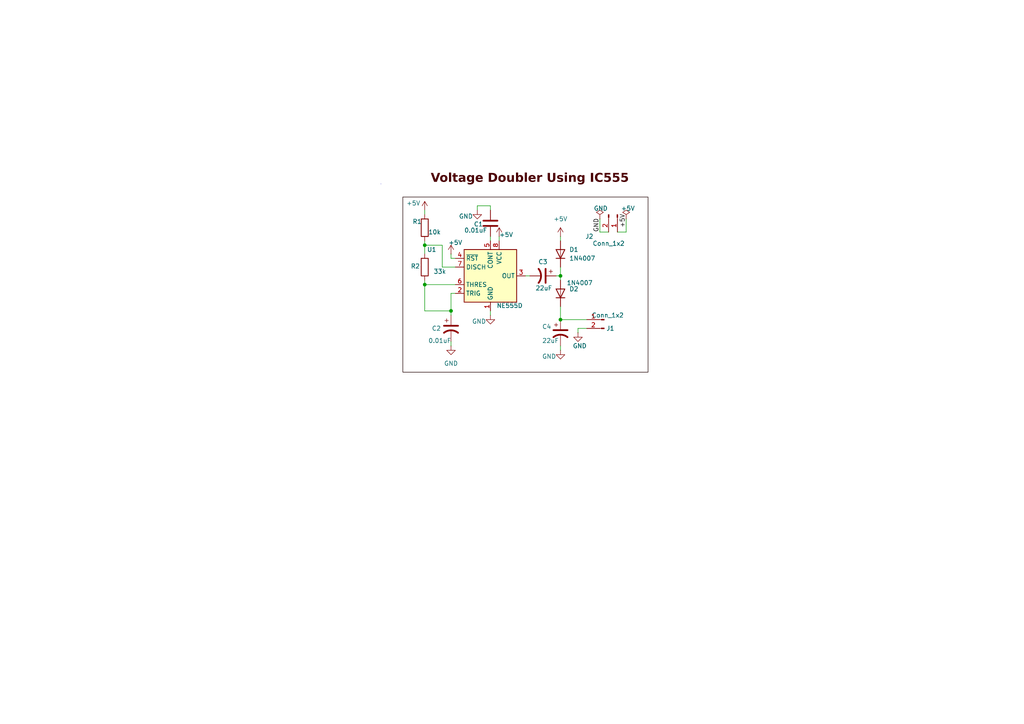
<source format=kicad_sch>
(kicad_sch (version 20250114) (generator "eeschema") (generator_version "9.0")
  (paper "A4")
  (title_block (title "Voltage_Doubler") (date "2026-02-25") (rev "1.0") (company "HighTech"))
  (lib_symbols
    (symbol "Connector:Conn_01x02_Pin" (pin_names (offset 1.016) (hide yes))
      (property "Reference" "J" (at 0 2.54 0))
      (property "Value" "Conn_01x02_Pin" (at 0 -5.08 0))
      (symbol "Conn_01x02_Pin_1_1"
        (rectangle (start 0.8636 0.127) (end 0 -0.127) (stroke (width 0.1524)) (fill (type outline)))
        (rectangle (start 0.8636 -2.413) (end 0 -2.667) (stroke (width 0.1524)) (fill (type outline)))
        (polyline (pts (xy 1.27 0) (xy 0.8636 0)) (stroke (width 0.1524)))
        (polyline (pts (xy 1.27 -2.54) (xy 0.8636 -2.54)) (stroke (width 0.1524)))
        (pin passive line (at 5.08 0 180) (length 3.81) (name "Pin_1") (number "1"))
        (pin passive line (at 5.08 -2.54 180) (length 3.81) (name "Pin_2") (number "2"))
      )
    )
    (symbol "Device:C" (pin_numbers (hide yes)) (pin_names (offset 0.254))
      (property "Reference" "C" (at 0.635 2.54 0))
      (property "Value" "C" (at 0.635 -2.54 0))
      (symbol "C_0_1"
        (polyline (pts (xy -2.032 0.762) (xy 2.032 0.762)) (stroke (width 0.508)))
        (polyline (pts (xy -2.032 -0.762) (xy 2.032 -0.762)) (stroke (width 0.508)))
      )
      (symbol "C_1_1"
        (pin passive line (at 0 3.81 270) (length 2.794) (name "~") (number "1"))
        (pin passive line (at 0 -3.81 90) (length 2.794) (name "~") (number "2"))
      )
    )
    (symbol "Device:C_Polarized_US" (pin_numbers (hide yes)) (pin_names (offset 0.254) (hide yes))
      (property "Reference" "C" (at 0.635 2.54 0))
      (property "Value" "C_Polarized_US" (at 0.635 -2.54 0))
      (symbol "C_Polarized_US_0_1"
        (polyline (pts (xy -2.032 0.762) (xy 2.032 0.762)) (stroke (width 0.508)))
        (polyline (pts (xy -1.778 2.286) (xy -0.762 2.286)))
        (polyline (pts (xy -1.27 1.778) (xy -1.27 2.794)))
        (arc (start -2.032 -1.27) (mid 0 -0.5572) (end 2.032 -1.27) (stroke (width 0.508)))
      )
      (symbol "C_Polarized_US_1_1"
        (pin passive line (at 0 3.81 270) (length 2.794) (name "~") (number "1"))
        (pin passive line (at 0 -3.81 90) (length 3.302) (name "~") (number "2"))
      )
    )
    (symbol "Device:R" (pin_numbers (hide yes)) (pin_names (offset 0))
      (property "Reference" "R" (at 2.032 0 90))
      (property "Value" "R" (at 0 0 90))
      (symbol "R_0_1"
        (rectangle (start -1.016 -2.54) (end 1.016 2.54) (stroke (width 0.254)))
      )
      (symbol "R_1_1"
        (pin passive line (at 0 3.81 270) (length 1.27) (name "~") (number "1"))
        (pin passive line (at 0 -3.81 90) (length 1.27) (name "~") (number "2"))
      )
    )
    (symbol "Diode:1N4007" (pin_numbers (hide yes)) (pin_names (hide yes))
      (property "Reference" "D" (at 0 2.54 0))
      (property "Value" "1N4007" (at 0 -2.54 0))
      (symbol "1N4007_0_1"
        (polyline (pts (xy -1.27 1.27) (xy -1.27 -1.27)) (stroke (width 0.254)))
        (polyline (pts (xy 1.27 1.27) (xy 1.27 -1.27) (xy -1.27 0) (xy 1.27 1.27)) (stroke (width 0.254)))
        (polyline (pts (xy 1.27 0) (xy -1.27 0)))
      )
      (symbol "1N4007_1_1"
        (pin passive line (at -3.81 0 0) (length 2.54) (name "K") (number "1"))
        (pin passive line (at 3.81 0 180) (length 2.54) (name "A") (number "2"))
      )
    )
    (symbol "Timer:NE555D"
      (property "Reference" "U" (at -10.16 8.89 0))
      (property "Value" "NE555D" (at 2.54 8.89 0))
      (symbol "NE555D_0_0"
        (pin power_in line (at 0 -10.16 90) (length 2.54) (name "GND") (number "1"))
        (pin power_in line (at 2.54 10.16 270) (length 2.54) (name "VCC") (number "8"))
      )
      (symbol "NE555D_0_1"
        (rectangle (start -7.62 7.62) (end 7.62 -7.62) (stroke (width 0.254)) (fill (type background)))
      )
      (symbol "NE555D_1_1"
        (pin input line (at -10.16 5.08 0) (length 2.54) (name "~{RST}") (number "4"))
        (pin input line (at -10.16 2.54 0) (length 2.54) (name "DISCH") (number "7"))
        (pin input line (at -10.16 -2.54 0) (length 2.54) (name "THRES") (number "6"))
        (pin input line (at -10.16 -5.08 0) (length 2.54) (name "TRIG") (number "2"))
        (pin open_collector line (at 0 10.16 270) (length 2.54) (name "CONT") (number "5"))
        (pin output line (at 10.16 0 180) (length 2.54) (name "OUT") (number "3"))
      )
    )
    (symbol "power:+5V" (power) (pin_numbers (hide yes)) (pin_names (offset 0) (hide yes))
      (property "Value" "+5V" (at 0 3.556 0))
      (symbol "+5V_0_1"
        (polyline (pts (xy -0.762 1.27) (xy 0 2.54)))
        (polyline (pts (xy 0 2.54) (xy 0.762 1.27)))
        (polyline (pts (xy 0 0) (xy 0 2.54)))
      )
      (symbol "+5V_1_1"
        (pin power_in line (at 0 0 90) (length 0) (name "~") (number "1"))
      )
    )
    (symbol "power:GND" (power) (pin_numbers (hide yes)) (pin_names (offset 0) (hide yes))
      (property "Value" "GND" (at 0 -3.81 0))
      (symbol "GND_0_1"
        (polyline (pts (xy 0 0) (xy 0 -1.27) (xy 1.27 -1.27) (xy 0 -2.54) (xy -1.27 -1.27) (xy 0 -1.27)))
      )
      (symbol "GND_1_1"
        (pin power_in line (at 0 0 270) (length 0) (name "~") (number "1"))
      )
    )
    (symbol "power:PWR_FLAG" (power) (pin_numbers (hide yes)) (pin_names (offset 0) (hide yes))
      (property "Value" "PWR_FLAG" (at 0 3.81 0))
      (symbol "PWR_FLAG_0_0"
        (pin power_out line (at 0 0 90) (length 0) (name "~") (number "1"))
      )
      (symbol "PWR_FLAG_0_1"
        (polyline (pts (xy 0 0) (xy 0 1.27) (xy -1.016 1.905) (xy 0 2.54) (xy 1.016 1.905) (xy 0 1.27)))
      )
    )
  )
  (rectangle (start 110.49 53.34) (end 110.49 53.34))
  (text "Voltage Doubler Using IC555" (at 153.67 52.578 0) (effects (font (size 2.54 2.54) (thickness 0.254) (bold yes))))
  (text_box "" (at 116.84 57.15 0) (size 71.12 50.8) (margins 0.9525 0.9525 0.9525 0.9525) (stroke (width 0) (color 31 1 1 1)) (effects (font (size 1.27 1.27) (thickness 0.254) (bold yes)) (justify left top)))
  (junction (at 162.56 80.01))
  (junction (at 123.19 71.12))
  (junction (at 123.19 82.55))
  (junction (at 130.81 90.17))
  (junction (at 162.56 92.71))
  (wire (pts (xy 181.61 63.5) (xy 181.61 67.31)))
  (wire (pts (xy 128.27 77.47) (xy 128.27 71.12)))
  (wire (pts (xy 123.19 69.85) (xy 123.19 71.12)))
  (wire (pts (xy 132.08 74.93) (xy 130.81 74.93)))
  (wire (pts (xy 128.27 71.12) (xy 123.19 71.12)))
  (wire (pts (xy 162.56 77.47) (xy 162.56 80.01)))
  (wire (pts (xy 162.56 68.58) (xy 162.56 69.85)))
  (wire (pts (xy 123.19 82.55) (xy 132.08 82.55)))
  (wire (pts (xy 138.43 59.69) (xy 138.43 60.96)))
  (wire (pts (xy 130.81 100.33) (xy 130.81 99.06)))
  (wire (pts (xy 173.99 67.31) (xy 176.53 67.31)))
  (wire (pts (xy 170.18 95.25) (xy 167.64 95.25)))
  (wire (pts (xy 167.64 95.25) (xy 167.64 96.52)))
  (wire (pts (xy 142.24 68.58) (xy 142.24 69.85)))
  (wire (pts (xy 152.4 80.01) (xy 153.67 80.01)))
  (wire (pts (xy 161.29 80.01) (xy 162.56 80.01)))
  (wire (pts (xy 142.24 59.69) (xy 138.43 59.69)))
  (wire (pts (xy 123.19 81.28) (xy 123.19 82.55)))
  (wire (pts (xy 130.81 90.17) (xy 130.81 91.44)))
  (wire (pts (xy 130.81 85.09) (xy 130.81 90.17)))
  (wire (pts (xy 123.19 71.12) (xy 123.19 73.66)))
  (wire (pts (xy 162.56 80.01) (xy 162.56 81.28)))
  (wire (pts (xy 162.56 92.71) (xy 170.18 92.71)))
  (wire (pts (xy 123.19 60.96) (xy 123.19 62.23)))
  (wire (pts (xy 142.24 59.69) (xy 142.24 60.96)))
  (wire (pts (xy 132.08 77.47) (xy 128.27 77.47)))
  (wire (pts (xy 142.24 91.44) (xy 142.24 90.17)))
  (wire (pts (xy 123.19 82.55) (xy 123.19 90.17)))
  (wire (pts (xy 181.61 67.31) (xy 179.07 67.31)))
  (wire (pts (xy 130.81 74.93) (xy 130.81 73.66)))
  (wire (pts (xy 162.56 88.9) (xy 162.56 92.71)))
  (wire (pts (xy 144.78 68.58) (xy 144.78 69.85)))
  (wire (pts (xy 130.81 85.09) (xy 132.08 85.09)))
  (wire (pts (xy 173.99 63.5) (xy 173.99 67.31)))
  (wire (pts (xy 123.19 90.17) (xy 130.81 90.17)))
  (wire (pts (xy 162.56 100.33) (xy 162.56 101.6)))
  (label "+5V" (at 181.61 66.04 90))
  (label "GND" (at 173.99 67.31 90))
  (symbol (lib_id "Diode:1N4007") (at 162.56 73.66 90) (unit 1)
    (property "Reference" "D1" (at 165.1 72.3899 90) (effects (justify right)))
    (property "Value" "1N4007" (at 165.1 74.9299 90) (effects (justify right)))
    (property "Footprint" "Diode_THT:D_5W_P10.16mm_Horizontal" (effects (hide yes)))
    (property "Datasheet" "http://www.vishay.com/docs/88503/1n4001.pdf" (effects (hide yes)))
    (property "Description" "1000V 1A General Purpose Rectifier Diode, DO-41" (effects (hide yes)))
    (property "Sim.Device" "D" (effects (hide yes)))
    (property "Sim.Pins" "1=K 2=A" (effects (hide yes)))
  )
  (symbol (lib_id "Device:R") (at 123.19 66.04 0) (unit 1)
    (property "Reference" "R1" (at 119.634 64.262 0) (effects (justify left)))
    (property "Value" "10k" (at 124.206 67.31 0) (effects (justify left)))
    (property "Footprint" "Resistor_THT:R_Axial_DIN0204_L3.6mm_D1.6mm_P5.08mm_Horizontal" (effects (hide yes)))
    (property "Description" "Resistor" (effects (hide yes)))
  )
  (symbol (lib_id "power:GND") (at 162.56 101.6 0) (unit 1)
    (property "Reference" "#PWR07" (effects (hide yes)))
    (property "Value" "GND" (at 159.258 103.378 0))
    (property "Description" "Power symbol creates a global label with name \"GND\" , ground" (effects (hide yes)))
  )
  (symbol (lib_id "Device:R") (at 123.19 77.47 0) (unit 1)
    (property "Reference" "R2" (at 119.126 77.216 0) (effects (justify left)))
    (property "Value" "33k" (at 125.73 78.7399 0) (effects (justify left)))
    (property "Footprint" "Resistor_THT:R_Axial_DIN0204_L3.6mm_D1.6mm_P5.08mm_Horizontal" (effects (hide yes)))
    (property "Description" "Resistor" (effects (hide yes)))
  )
  (symbol (lib_id "Connector:Conn_01x02_Pin") (at 179.07 62.23 270) (unit 1)
    (property "Reference" "J2" (at 170.942 68.58 90))
    (property "Value" "Conn_1x2" (at 176.53 70.612 90))
    (property "Footprint" "Connector_PinHeader_1.00mm:PinHeader_1x02_P1.00mm_Horizontal" (effects (hide yes)))
    (property "Description" "Generic connector, single row, 01x02, script generated" (effects (hide yes)))
  )
  (symbol (lib_id "power:GND") (at 130.81 100.33 0) (unit 1)
    (property "Reference" "#PWR04" (effects (hide yes)))
    (property "Value" "GND" (at 130.81 105.41 0))
    (property "Description" "Power symbol creates a global label with name \"GND\" , ground" (effects (hide yes)))
  )
  (symbol (lib_id "power:GND") (at 167.64 96.52 0) (unit 1)
    (property "Reference" "#PWR06" (effects (hide yes)))
    (property "Value" "GND" (at 168.148 100.33 0))
    (property "Description" "Power symbol creates a global label with name \"GND\" , ground" (effects (hide yes)))
  )
  (symbol (lib_id "Device:C_Polarized_US") (at 162.56 96.52 0) (unit 1)
    (property "Reference" "C4" (at 157.226 94.742 0) (effects (justify left)))
    (property "Value" "22uF" (at 157.226 98.806 0) (effects (justify left)))
    (property "Footprint" "Capacitor_THT:C_Radial_D4.0mm_H5.0mm_P1.50mm" (effects (hide yes)))
    (property "Description" "Polarized capacitor, US symbol" (effects (hide yes)))
  )
  (symbol (lib_id "Diode:1N4007") (at 162.56 85.09 90) (unit 1)
    (property "Reference" "D2" (at 165.1 83.8199 90) (effects (justify right)))
    (property "Value" "1N4007" (at 164.338 82.042 90) (effects (justify right)))
    (property "Footprint" "Diode_THT:D_5W_P10.16mm_Horizontal" (effects (hide yes)))
    (property "Datasheet" "http://www.vishay.com/docs/88503/1n4001.pdf" (effects (hide yes)))
    (property "Description" "1000V 1A General Purpose Rectifier Diode, DO-41" (effects (hide yes)))
    (property "Sim.Device" "D" (effects (hide yes)))
    (property "Sim.Pins" "1=K 2=A" (effects (hide yes)))
  )
  (symbol (lib_id "power:+5V") (at 123.19 60.96 0) (unit 1)
    (property "Reference" "#PWR05" (effects (hide yes)))
    (property "Value" "+5V" (at 119.888 58.928 0))
    (property "Description" "Power symbol creates a global label with name \"+5V\"" (effects (hide yes)))
  )
  (symbol (lib_id "Connector:Conn_01x02_Pin") (at 175.26 92.71 0) (mirror y) (unit 1)
    (property "Reference" "J1" (at 177.038 95.25 0))
    (property "Value" "Conn_1x2" (at 176.276 91.44 0))
    (property "Footprint" "Connector_PinHeader_1.00mm:PinHeader_1x02_P1.00mm_Horizontal" (effects (hide yes)))
    (property "Description" "Generic connector, single row, 01x02, script generated" (effects (hide yes)))
  )
  (symbol (lib_id "Timer:NE555D") (at 142.24 80.01 0) (unit 1)
    (property "Reference" "U1" (at 125.222 72.39 0))
    (property "Value" "NE555D" (at 147.828 88.646 0))
    (property "Footprint" "Package_SO:SO-8_3.9x4.9mm_P1.27mm" (effects (hide yes)))
    (property "Datasheet" "http://www.ti.com/lit/ds/symlink/ne555.pdf" (effects (hide yes)))
    (property "Description" "Precision Timers, 555 compatible, SOIC-8" (effects (hide yes)))
  )
  (symbol (lib_id "power:+5V") (at 162.56 68.58 0) (unit 1)
    (property "Reference" "#PWR08" (effects (hide yes)))
    (property "Value" "+5V" (at 162.56 63.5 0))
    (property "Description" "Power symbol creates a global label with name \"+5V\"" (effects (hide yes)))
  )
  (symbol (lib_id "power:GND") (at 142.24 91.44 0) (unit 1)
    (property "Reference" "#PWR01" (effects (hide yes)))
    (property "Value" "GND" (at 138.938 93.218 0))
    (property "Description" "Power symbol creates a global label with name \"GND\" , ground" (effects (hide yes)))
  )
  (symbol (lib_id "Device:C_Polarized_US") (at 157.48 80.01 270) (unit 1)
    (property "Reference" "C3" (at 157.48 75.946 90))
    (property "Value" "22uF" (at 157.734 83.566 90))
    (property "Footprint" "Capacitor_THT:C_Radial_D4.0mm_H5.0mm_P1.50mm" (effects (hide yes)))
    (property "Description" "Polarized capacitor, US symbol" (effects (hide yes)))
  )
  (symbol (lib_id "power:+5V") (at 130.81 73.66 0) (unit 1)
    (property "Reference" "#PWR02" (effects (hide yes)))
    (property "Value" "+5V" (at 132.08 70.358 0))
    (property "Description" "Power symbol creates a global label with name \"+5V\"" (effects (hide yes)))
  )
  (symbol (lib_id "power:PWR_FLAG") (at 181.61 63.5 0) (unit 1)
    (property "Reference" "#FLG01" (effects (hide yes)))
    (property "Value" "+5V" (at 182.118 60.452 0))
    (property "Description" "Special symbol for telling ERC where power comes from" (effects (hide yes)))
  )
  (symbol (lib_id "power:GND") (at 138.43 60.96 0) (unit 1)
    (property "Reference" "#PWR03" (effects (hide yes)))
    (property "Value" "GND" (at 135.128 62.738 0))
    (property "Description" "Power symbol creates a global label with name \"GND\" , ground" (effects (hide yes)))
  )
  (symbol (lib_id "power:PWR_FLAG") (at 173.99 63.5 0) (unit 1)
    (property "Reference" "#FLG02" (effects (hide yes)))
    (property "Value" "GND" (at 174.244 60.452 0))
    (property "Description" "Special symbol for telling ERC where power comes from" (effects (hide yes)))
  )
  (symbol (lib_id "Device:C") (at 142.24 64.77 0) (unit 1)
    (property "Reference" "C1" (at 137.414 65.024 0) (effects (justify left)))
    (property "Value" "0.01uF" (at 134.62 66.802 0) (effects (justify left)))
    (property "Footprint" "Capacitor_THT:C_Disc_D3.0mm_W1.6mm_P2.50mm" (effects (hide yes)))
    (property "Description" "Unpolarized capacitor" (effects (hide yes)))
  )
  (symbol (lib_id "Device:C_Polarized_US") (at 130.81 95.25 0) (unit 1)
    (property "Reference" "C2" (at 125.222 95.25 0) (effects (justify left)))
    (property "Value" "0.01uF" (at 124.206 98.806 0) (effects (justify left)))
    (property "Footprint" "Capacitor_THT:C_Disc_D3.0mm_W1.6mm_P2.50mm" (effects (hide yes)))
    (property "Description" "Polarized capacitor, US symbol" (effects (hide yes)))
  )
  (symbol (lib_id "power:+5V") (at 144.78 68.58 0) (unit 1)
    (property "Reference" "#PWR011" (effects (hide yes)))
    (property "Value" "+5V" (at 146.812 68.072 0))
    (property "Description" "Power symbol creates a global label with name \"+5V\"" (effects (hide yes)))
  )
)
</source>
